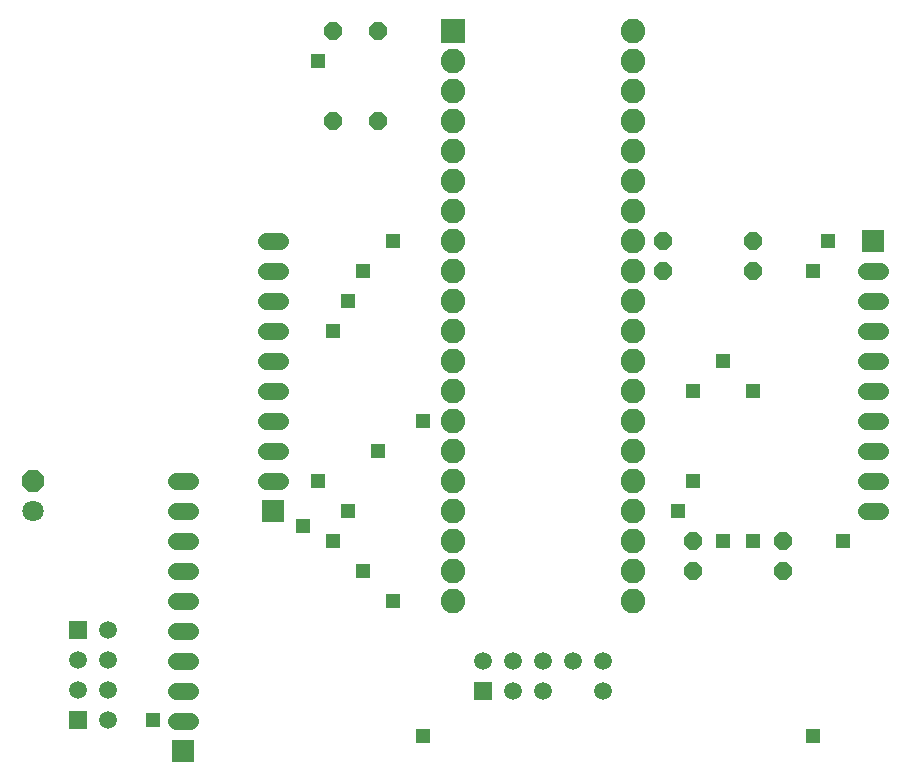
<source format=gts>
G75*
%MOIN*%
%OFA0B0*%
%FSLAX25Y25*%
%IPPOS*%
%LPD*%
%AMOC8*
5,1,8,0,0,1.08239X$1,22.5*
%
%ADD10R,0.08200X0.08200*%
%ADD11C,0.08200*%
%ADD12R,0.07800X0.07800*%
%ADD13C,0.05556*%
%ADD14C,0.05950*%
%ADD15R,0.05950X0.05950*%
%ADD16C,0.07100*%
%ADD17OC8,0.07100*%
%ADD18OC8,0.06000*%
%ADD19R,0.04762X0.04762*%
D10*
X0221000Y0261000D03*
D11*
X0221000Y0251000D03*
X0221000Y0241000D03*
X0221000Y0231000D03*
X0221000Y0221000D03*
X0221000Y0211000D03*
X0221000Y0201000D03*
X0221000Y0191000D03*
X0221000Y0181000D03*
X0221000Y0171000D03*
X0221000Y0161000D03*
X0221000Y0151000D03*
X0221000Y0141000D03*
X0221000Y0131000D03*
X0221000Y0121000D03*
X0221000Y0111000D03*
X0221000Y0101000D03*
X0221000Y0091000D03*
X0221000Y0081000D03*
X0221000Y0071000D03*
X0281000Y0071000D03*
X0281000Y0081000D03*
X0281000Y0091000D03*
X0281000Y0101000D03*
X0281000Y0111000D03*
X0281000Y0121000D03*
X0281000Y0131000D03*
X0281000Y0141000D03*
X0281000Y0151000D03*
X0281000Y0161000D03*
X0281000Y0171000D03*
X0281000Y0181000D03*
X0281000Y0191000D03*
X0281000Y0201000D03*
X0281000Y0211000D03*
X0281000Y0221000D03*
X0281000Y0231000D03*
X0281000Y0241000D03*
X0281000Y0251000D03*
X0281000Y0261000D03*
D12*
X0361000Y0191000D03*
X0161000Y0101000D03*
X0131000Y0021000D03*
D13*
X0128622Y0031000D02*
X0133378Y0031000D01*
X0133378Y0041000D02*
X0128622Y0041000D01*
X0128622Y0051000D02*
X0133378Y0051000D01*
X0133378Y0061000D02*
X0128622Y0061000D01*
X0128622Y0071000D02*
X0133378Y0071000D01*
X0133378Y0081000D02*
X0128622Y0081000D01*
X0128622Y0091000D02*
X0133378Y0091000D01*
X0133378Y0101000D02*
X0128622Y0101000D01*
X0128622Y0111000D02*
X0133378Y0111000D01*
X0158622Y0111000D02*
X0163378Y0111000D01*
X0163378Y0121000D02*
X0158622Y0121000D01*
X0158622Y0131000D02*
X0163378Y0131000D01*
X0163378Y0141000D02*
X0158622Y0141000D01*
X0158622Y0151000D02*
X0163378Y0151000D01*
X0163378Y0161000D02*
X0158622Y0161000D01*
X0158622Y0171000D02*
X0163378Y0171000D01*
X0163378Y0181000D02*
X0158622Y0181000D01*
X0158622Y0191000D02*
X0163378Y0191000D01*
X0358622Y0181000D02*
X0363378Y0181000D01*
X0363378Y0171000D02*
X0358622Y0171000D01*
X0358622Y0161000D02*
X0363378Y0161000D01*
X0363378Y0151000D02*
X0358622Y0151000D01*
X0358622Y0141000D02*
X0363378Y0141000D01*
X0363378Y0131000D02*
X0358622Y0131000D01*
X0358622Y0121000D02*
X0363378Y0121000D01*
X0363378Y0111000D02*
X0358622Y0111000D01*
X0358622Y0101000D02*
X0363378Y0101000D01*
D14*
X0271000Y0051000D03*
X0261000Y0051000D03*
X0251000Y0051000D03*
X0241000Y0051000D03*
X0231000Y0051000D03*
X0241000Y0041000D03*
X0251000Y0041000D03*
X0271000Y0041000D03*
X0105995Y0041197D03*
X0095995Y0041197D03*
X0105995Y0031197D03*
X0105995Y0051197D03*
X0095995Y0051197D03*
X0105995Y0061197D03*
D15*
X0095995Y0031197D03*
X0095995Y0061197D03*
X0231000Y0041000D03*
D16*
X0081000Y0101000D03*
D17*
X0081000Y0111000D03*
D18*
X0181000Y0231000D03*
X0196000Y0231000D03*
X0196000Y0261000D03*
X0181000Y0261000D03*
X0291000Y0191000D03*
X0291000Y0181000D03*
X0321000Y0181000D03*
X0321000Y0191000D03*
X0331000Y0091000D03*
X0331000Y0081000D03*
X0301000Y0081000D03*
X0301000Y0091000D03*
D19*
X0311000Y0091000D03*
X0321000Y0091000D03*
X0296000Y0101000D03*
X0301000Y0111000D03*
X0301000Y0141000D03*
X0311000Y0151000D03*
X0321000Y0141000D03*
X0341000Y0181000D03*
X0346000Y0191000D03*
X0351000Y0091000D03*
X0341000Y0026000D03*
X0211000Y0026000D03*
X0201000Y0071000D03*
X0191000Y0081000D03*
X0181000Y0091000D03*
X0171000Y0096000D03*
X0186000Y0101000D03*
X0176000Y0111000D03*
X0196000Y0121000D03*
X0211000Y0131000D03*
X0181000Y0161000D03*
X0186000Y0171000D03*
X0191000Y0181000D03*
X0201000Y0191000D03*
X0176000Y0251000D03*
X0120803Y0031197D03*
M02*

</source>
